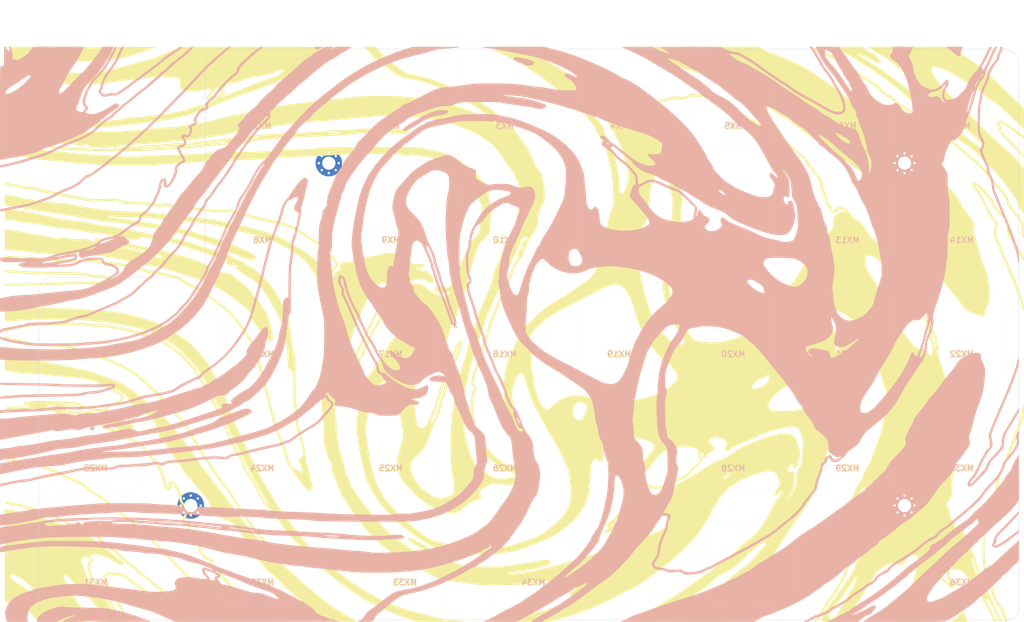
<source format=kicad_pcb>
(kicad_pcb (version 20171130) (host pcbnew "(5.1.4)-1")
  (layers (0 F.Cu signal) (31 B.Cu signal) (34 B.Paste user) (35 F.Paste user) (36 B.SilkS user) (37 F.SilkS user) (38 B.Mask user) (39 F.Mask user) (44 Edge.Cuts user))
  (net 0 "")
  (module Symbol:paint-swirl (layer B.Cu) (at 132.55625 87.3125)
    (fp_text reference G*** hide)
    (fp_text value LOGO hide)
  )
  (module Symbol:paint-swirl (layer F.Cu) (at 133.35 87.3125)
    (fp_text reference G*** hide)
    (fp_text value LOGO hide)
  )
  (module acheron_MX_PlateSlots:MX100 (layer F.Cu) (at 115.09375 125.4125)
    (fp_text reference MX33 (at 0 3.302) (layer F.SilkS))
    (fp_text value MX-NoLED)
    (fp_line (start 7 -6.5) (end 7 6.5) (layer Edge.Cuts) (width 0.010007))
    (fp_line (start -6.5 -7) (end 6.5 -7) (layer Edge.Cuts) (width 0.010007))
    (fp_arc (start -6.5 6.490924) (end -7 6.490924) (angle -90) (layer Edge.Cuts) (width 0.010007))
    (fp_line (start -6.5 6.990924) (end 6.5 7) (layer Edge.Cuts) (width 0.010007))
    (fp_arc (start -6.5 -6.5) (end -6.5 -7) (angle -90) (layer Edge.Cuts) (width 0.010007))
    (fp_arc (start 6.5 -6.5) (end 7 -6.5) (angle -90) (layer Edge.Cuts) (width 0.010007))
    (fp_line (start -7 -6.5) (end -7 6.490924) (layer Edge.Cuts) (width 0.010007))
    (fp_arc (start 6.5 6.5) (end 6.5 7) (angle -90) (layer Edge.Cuts) (width 0.010007))
    (fp_text user %R (at 0 3.302) (layer B.SilkS) (effects (justify mirror)))
  )
  (module acheron_MX_PlateSlots:MX100 (layer F.Cu) (at 91.28125 125.4125)
    (fp_text reference MX32 (at 0 3.302) (layer F.SilkS))
    (fp_text value MX-NoLED)
    (fp_line (start 7 -6.5) (end 7 6.5) (layer Edge.Cuts) (width 0.010007))
    (fp_line (start -6.5 -7) (end 6.5 -7) (layer Edge.Cuts) (width 0.010007))
    (fp_arc (start -6.5 6.490924) (end -7 6.490924) (angle -90) (layer Edge.Cuts) (width 0.010007))
    (fp_line (start -6.5 6.990924) (end 6.5 7) (layer Edge.Cuts) (width 0.010007))
    (fp_arc (start -6.5 -6.5) (end -6.5 -7) (angle -90) (layer Edge.Cuts) (width 0.010007))
    (fp_arc (start 6.5 -6.5) (end 7 -6.5) (angle -90) (layer Edge.Cuts) (width 0.010007))
    (fp_line (start -7 -6.5) (end -7 6.490924) (layer Edge.Cuts) (width 0.010007))
    (fp_arc (start 6.5 6.5) (end 6.5 7) (angle -90) (layer Edge.Cuts) (width 0.010007))
    (fp_text user %R (at 0 3.302) (layer B.SilkS) (effects (justify mirror)))
  )
  (module acheron_MX_PlateSlots:MX100 (layer F.Cu) (at 91.28125 49.2125)
    (fp_text reference MX1 (at 0 3.302) (layer F.SilkS))
    (fp_text value MX-NoLED)
    (fp_line (start 7 -6.5) (end 7 6.5) (layer Edge.Cuts) (width 0.010007))
    (fp_line (start -6.5 -7) (end 6.5 -7) (layer Edge.Cuts) (width 0.010007))
    (fp_arc (start -6.5 6.490924) (end -7 6.490924) (angle -90) (layer Edge.Cuts) (width 0.010007))
    (fp_line (start -6.5 6.990924) (end 6.5 7) (layer Edge.Cuts) (width 0.010007))
    (fp_arc (start -6.5 -6.5) (end -6.5 -7) (angle -90) (layer Edge.Cuts) (width 0.010007))
    (fp_arc (start 6.5 -6.5) (end 7 -6.5) (angle -90) (layer Edge.Cuts) (width 0.010007))
    (fp_line (start -7 -6.5) (end -7 6.490924) (layer Edge.Cuts) (width 0.010007))
    (fp_arc (start 6.5 6.5) (end 6.5 7) (angle -90) (layer Edge.Cuts) (width 0.010007))
    (fp_text user %R (at 0 3.302) (layer B.SilkS) (effects (justify mirror)))
  )
  (module acheron_MX_PlateSlots:MX100 (layer F.Cu) (at 91.28125 68.2625)
    (fp_text reference MX8 (at 0 3.302) (layer F.SilkS))
    (fp_text value MX-NoLED)
    (fp_line (start 7 -6.5) (end 7 6.5) (layer Edge.Cuts) (width 0.010007))
    (fp_line (start -6.5 -7) (end 6.5 -7) (layer Edge.Cuts) (width 0.010007))
    (fp_arc (start -6.5 6.490924) (end -7 6.490924) (angle -90) (layer Edge.Cuts) (width 0.010007))
    (fp_line (start -6.5 6.990924) (end 6.5 7) (layer Edge.Cuts) (width 0.010007))
    (fp_arc (start -6.5 -6.5) (end -6.5 -7) (angle -90) (layer Edge.Cuts) (width 0.010007))
    (fp_arc (start 6.5 -6.5) (end 7 -6.5) (angle -90) (layer Edge.Cuts) (width 0.010007))
    (fp_line (start -7 -6.5) (end -7 6.490924) (layer Edge.Cuts) (width 0.010007))
    (fp_arc (start 6.5 6.5) (end 6.5 7) (angle -90) (layer Edge.Cuts) (width 0.010007))
    (fp_text user %R (at 0 3.302) (layer B.SilkS) (effects (justify mirror)))
  )
  (module acheron_MX_PlateSlots:MX100 (layer F.Cu) (at 91.28125 87.3125)
    (fp_text reference MX16 (at 0 3.302) (layer F.SilkS))
    (fp_text value MX-NoLED)
    (fp_line (start 7 -6.5) (end 7 6.5) (layer Edge.Cuts) (width 0.010007))
    (fp_line (start -6.5 -7) (end 6.5 -7) (layer Edge.Cuts) (width 0.010007))
    (fp_arc (start -6.5 6.490924) (end -7 6.490924) (angle -90) (layer Edge.Cuts) (width 0.010007))
    (fp_line (start -6.5 6.990924) (end 6.5 7) (layer Edge.Cuts) (width 0.010007))
    (fp_arc (start -6.5 -6.5) (end -6.5 -7) (angle -90) (layer Edge.Cuts) (width 0.010007))
    (fp_arc (start 6.5 -6.5) (end 7 -6.5) (angle -90) (layer Edge.Cuts) (width 0.010007))
    (fp_line (start -7 -6.5) (end -7 6.490924) (layer Edge.Cuts) (width 0.010007))
    (fp_arc (start 6.5 6.5) (end 6.5 7) (angle -90) (layer Edge.Cuts) (width 0.010007))
    (fp_text user %R (at 0 3.302) (layer B.SilkS) (effects (justify mirror)))
  )
  (module acheron_MX_PlateSlots:MX100 (layer F.Cu) (at 91.28125 106.3625)
    (fp_text reference MX24 (at 0 3.302) (layer F.SilkS))
    (fp_text value MX-NoLED)
    (fp_line (start 7 -6.5) (end 7 6.5) (layer Edge.Cuts) (width 0.010007))
    (fp_line (start -6.5 -7) (end 6.5 -7) (layer Edge.Cuts) (width 0.010007))
    (fp_arc (start -6.5 6.490924) (end -7 6.490924) (angle -90) (layer Edge.Cuts) (width 0.010007))
    (fp_line (start -6.5 6.990924) (end 6.5 7) (layer Edge.Cuts) (width 0.010007))
    (fp_arc (start -6.5 -6.5) (end -6.5 -7) (angle -90) (layer Edge.Cuts) (width 0.010007))
    (fp_arc (start 6.5 -6.5) (end 7 -6.5) (angle -90) (layer Edge.Cuts) (width 0.010007))
    (fp_line (start -7 -6.5) (end -7 6.490924) (layer Edge.Cuts) (width 0.010007))
    (fp_arc (start 6.5 6.5) (end 6.5 7) (angle -90) (layer Edge.Cuts) (width 0.010007))
    (fp_text user %R (at 0 3.302) (layer B.SilkS) (effects (justify mirror)))
  )
  (module acheron_MX_PlateSlots:MX100 (layer F.Cu) (at 172.24375 125.4125)
    (fp_text reference MX35 (at 0 3.302) (layer F.SilkS))
    (fp_text value MX-NoLED)
    (fp_line (start 7 -6.5) (end 7 6.5) (layer Edge.Cuts) (width 0.010007))
    (fp_line (start -6.5 -7) (end 6.5 -7) (layer Edge.Cuts) (width 0.010007))
    (fp_arc (start -6.5 6.490924) (end -7 6.490924) (angle -90) (layer Edge.Cuts) (width 0.010007))
    (fp_line (start -6.5 6.990924) (end 6.5 7) (layer Edge.Cuts) (width 0.010007))
    (fp_arc (start -6.5 -6.5) (end -6.5 -7) (angle -90) (layer Edge.Cuts) (width 0.010007))
    (fp_arc (start 6.5 -6.5) (end 7 -6.5) (angle -90) (layer Edge.Cuts) (width 0.010007))
    (fp_line (start -7 -6.5) (end -7 6.490924) (layer Edge.Cuts) (width 0.010007))
    (fp_arc (start 6.5 6.5) (end 6.5 7) (angle -90) (layer Edge.Cuts) (width 0.010007))
    (fp_text user %R (at 0 3.302) (layer B.SilkS) (effects (justify mirror)))
  )
  (module acheron_MX_PlateSlots:MX100 (layer F.Cu) (at 63.5 87.3125)
    (fp_text reference MX15 (at 0 3.302) (layer F.SilkS))
    (fp_text value MX-NoLED)
    (fp_line (start 7 -6.5) (end 7 6.5) (layer Edge.Cuts) (width 0.010007))
    (fp_line (start -6.5 -7) (end 6.5 -7) (layer Edge.Cuts) (width 0.010007))
    (fp_arc (start -6.5 6.490924) (end -7 6.490924) (angle -90) (layer Edge.Cuts) (width 0.010007))
    (fp_line (start -6.5 6.990924) (end 6.5 7) (layer Edge.Cuts) (width 0.010007))
    (fp_arc (start -6.5 -6.5) (end -6.5 -7) (angle -90) (layer Edge.Cuts) (width 0.010007))
    (fp_arc (start 6.5 -6.5) (end 7 -6.5) (angle -90) (layer Edge.Cuts) (width 0.010007))
    (fp_line (start -7 -6.5) (end -7 6.490924) (layer Edge.Cuts) (width 0.010007))
    (fp_arc (start 6.5 6.5) (end 6.5 7) (angle -90) (layer Edge.Cuts) (width 0.010007))
    (fp_text user %R (at 0 3.302) (layer B.SilkS) (effects (justify mirror)))
  )
  (module acheron_MX_PlateSlots:MX100 (layer F.Cu) (at 63.5 106.3625)
    (fp_text reference MX23 (at 0 3.302) (layer F.SilkS))
    (fp_text value MX-NoLED)
    (fp_line (start 7 -6.5) (end 7 6.5) (layer Edge.Cuts) (width 0.010007))
    (fp_line (start -6.5 -7) (end 6.5 -7) (layer Edge.Cuts) (width 0.010007))
    (fp_arc (start -6.5 6.490924) (end -7 6.490924) (angle -90) (layer Edge.Cuts) (width 0.010007))
    (fp_line (start -6.5 6.990924) (end 6.5 7) (layer Edge.Cuts) (width 0.010007))
    (fp_arc (start -6.5 -6.5) (end -6.5 -7) (angle -90) (layer Edge.Cuts) (width 0.010007))
    (fp_arc (start 6.5 -6.5) (end 7 -6.5) (angle -90) (layer Edge.Cuts) (width 0.010007))
    (fp_line (start -7 -6.5) (end -7 6.490924) (layer Edge.Cuts) (width 0.010007))
    (fp_arc (start 6.5 6.5) (end 6.5 7) (angle -90) (layer Edge.Cuts) (width 0.010007))
    (fp_text user %R (at 0 3.302) (layer B.SilkS) (effects (justify mirror)))
  )
  (module acheron_MX_PlateSlots:MX100 (layer F.Cu) (at 63.5 125.4125)
    (fp_text reference MX31 (at 0 3.302) (layer F.SilkS))
    (fp_text value MX-NoLED)
    (fp_line (start 7 -6.5) (end 7 6.5) (layer Edge.Cuts) (width 0.010007))
    (fp_line (start -6.5 -7) (end 6.5 -7) (layer Edge.Cuts) (width 0.010007))
    (fp_arc (start -6.5 6.490924) (end -7 6.490924) (angle -90) (layer Edge.Cuts) (width 0.010007))
    (fp_line (start -6.5 6.990924) (end 6.5 7) (layer Edge.Cuts) (width 0.010007))
    (fp_arc (start -6.5 -6.5) (end -6.5 -7) (angle -90) (layer Edge.Cuts) (width 0.010007))
    (fp_arc (start 6.5 -6.5) (end 7 -6.5) (angle -90) (layer Edge.Cuts) (width 0.010007))
    (fp_line (start -7 -6.5) (end -7 6.490924) (layer Edge.Cuts) (width 0.010007))
    (fp_arc (start 6.5 6.5) (end 6.5 7) (angle -90) (layer Edge.Cuts) (width 0.010007))
    (fp_text user %R (at 0 3.302) (layer B.SilkS) (effects (justify mirror)))
  )
  (module acheron_MX_PlateSlots:MX100 (layer F.Cu) (at 136.525 125.4125)
    (fp_text reference MX34 (at 0 3.302) (layer F.SilkS))
    (fp_text value MX-NoLED)
    (fp_line (start 7 -6.5) (end 7 6.5) (layer Edge.Cuts) (width 0.010007))
    (fp_line (start -6.5 -7) (end 6.5 -7) (layer Edge.Cuts) (width 0.010007))
    (fp_arc (start -6.5 6.490924) (end -7 6.490924) (angle -90) (layer Edge.Cuts) (width 0.010007))
    (fp_line (start -6.5 6.990924) (end 6.5 7) (layer Edge.Cuts) (width 0.010007))
    (fp_arc (start -6.5 -6.5) (end -6.5 -7) (angle -90) (layer Edge.Cuts) (width 0.010007))
    (fp_arc (start 6.5 -6.5) (end 7 -6.5) (angle -90) (layer Edge.Cuts) (width 0.010007))
    (fp_line (start -7 -6.5) (end -7 6.490924) (layer Edge.Cuts) (width 0.010007))
    (fp_arc (start 6.5 6.5) (end 6.5 7) (angle -90) (layer Edge.Cuts) (width 0.010007))
    (fp_text user %R (at 0 3.302) (layer B.SilkS) (effects (justify mirror)))
  )
  (module acheron_MX_PlateSlots:MX100 (layer F.Cu) (at 169.8625 68.2625)
    (fp_text reference MX12 (at 0 3.302) (layer F.SilkS))
    (fp_text value MX-NoLED)
    (fp_line (start 7 -6.5) (end 7 6.5) (layer Edge.Cuts) (width 0.010007))
    (fp_line (start -6.5 -7) (end 6.5 -7) (layer Edge.Cuts) (width 0.010007))
    (fp_arc (start -6.5 6.490924) (end -7 6.490924) (angle -90) (layer Edge.Cuts) (width 0.010007))
    (fp_line (start -6.5 6.990924) (end 6.5 7) (layer Edge.Cuts) (width 0.010007))
    (fp_arc (start -6.5 -6.5) (end -6.5 -7) (angle -90) (layer Edge.Cuts) (width 0.010007))
    (fp_arc (start 6.5 -6.5) (end 7 -6.5) (angle -90) (layer Edge.Cuts) (width 0.010007))
    (fp_line (start -7 -6.5) (end -7 6.490924) (layer Edge.Cuts) (width 0.010007))
    (fp_arc (start 6.5 6.5) (end 6.5 7) (angle -90) (layer Edge.Cuts) (width 0.010007))
    (fp_text user %R (at 0 3.302) (layer B.SilkS) (effects (justify mirror)))
  )
  (module acheron_MX_PlateSlots:MX100 (layer F.Cu) (at 131.7625 49.2125)
    (fp_text reference MX3 (at 0 3.302) (layer F.SilkS))
    (fp_text value MX-NoLED)
    (fp_line (start 7 -6.5) (end 7 6.5) (layer Edge.Cuts) (width 0.010007))
    (fp_line (start -6.5 -7) (end 6.5 -7) (layer Edge.Cuts) (width 0.010007))
    (fp_arc (start -6.5 6.490924) (end -7 6.490924) (angle -90) (layer Edge.Cuts) (width 0.010007))
    (fp_line (start -6.5 6.990924) (end 6.5 7) (layer Edge.Cuts) (width 0.010007))
    (fp_arc (start -6.5 -6.5) (end -6.5 -7) (angle -90) (layer Edge.Cuts) (width 0.010007))
    (fp_arc (start 6.5 -6.5) (end 7 -6.5) (angle -90) (layer Edge.Cuts) (width 0.010007))
    (fp_line (start -7 -6.5) (end -7 6.490924) (layer Edge.Cuts) (width 0.010007))
    (fp_arc (start 6.5 6.5) (end 6.5 7) (angle -90) (layer Edge.Cuts) (width 0.010007))
    (fp_text user %R (at 0 3.302) (layer B.SilkS) (effects (justify mirror)))
  )
  (module acheron_MX_PlateSlots:MX100 (layer F.Cu) (at 150.8125 49.2125)
    (fp_text reference MX4 (at 0 3.302) (layer F.SilkS))
    (fp_text value MX-NoLED)
    (fp_line (start 7 -6.5) (end 7 6.5) (layer Edge.Cuts) (width 0.010007))
    (fp_line (start -6.5 -7) (end 6.5 -7) (layer Edge.Cuts) (width 0.010007))
    (fp_arc (start -6.5 6.490924) (end -7 6.490924) (angle -90) (layer Edge.Cuts) (width 0.010007))
    (fp_line (start -6.5 6.990924) (end 6.5 7) (layer Edge.Cuts) (width 0.010007))
    (fp_arc (start -6.5 -6.5) (end -6.5 -7) (angle -90) (layer Edge.Cuts) (width 0.010007))
    (fp_arc (start 6.5 -6.5) (end 7 -6.5) (angle -90) (layer Edge.Cuts) (width 0.010007))
    (fp_line (start -7 -6.5) (end -7 6.490924) (layer Edge.Cuts) (width 0.010007))
    (fp_arc (start 6.5 6.5) (end 6.5 7) (angle -90) (layer Edge.Cuts) (width 0.010007))
    (fp_text user %R (at 0 3.302) (layer B.SilkS) (effects (justify mirror)))
  )
  (module acheron_MX_PlateSlots:MX100 (layer F.Cu) (at 169.8625 49.2125)
    (fp_text reference MX5 (at 0 3.302) (layer F.SilkS))
    (fp_text value MX-NoLED)
    (fp_line (start 7 -6.5) (end 7 6.5) (layer Edge.Cuts) (width 0.010007))
    (fp_line (start -6.5 -7) (end 6.5 -7) (layer Edge.Cuts) (width 0.010007))
    (fp_arc (start -6.5 6.490924) (end -7 6.490924) (angle -90) (layer Edge.Cuts) (width 0.010007))
    (fp_line (start -6.5 6.990924) (end 6.5 7) (layer Edge.Cuts) (width 0.010007))
    (fp_arc (start -6.5 -6.5) (end -6.5 -7) (angle -90) (layer Edge.Cuts) (width 0.010007))
    (fp_arc (start 6.5 -6.5) (end 7 -6.5) (angle -90) (layer Edge.Cuts) (width 0.010007))
    (fp_line (start -7 -6.5) (end -7 6.490924) (layer Edge.Cuts) (width 0.010007))
    (fp_arc (start 6.5 6.5) (end 6.5 7) (angle -90) (layer Edge.Cuts) (width 0.010007))
    (fp_text user %R (at 0 3.302) (layer B.SilkS) (effects (justify mirror)))
  )
  (module acheron_MX_PlateSlots:MX100 (layer F.Cu) (at 188.9125 49.2125)
    (fp_text reference MX6 (at 0 3.302) (layer F.SilkS))
    (fp_text value MX-NoLED)
    (fp_line (start 7 -6.5) (end 7 6.5) (layer Edge.Cuts) (width 0.010007))
    (fp_line (start -6.5 -7) (end 6.5 -7) (layer Edge.Cuts) (width 0.010007))
    (fp_arc (start -6.5 6.490924) (end -7 6.490924) (angle -90) (layer Edge.Cuts) (width 0.010007))
    (fp_line (start -6.5 6.990924) (end 6.5 7) (layer Edge.Cuts) (width 0.010007))
    (fp_arc (start -6.5 -6.5) (end -6.5 -7) (angle -90) (layer Edge.Cuts) (width 0.010007))
    (fp_arc (start 6.5 -6.5) (end 7 -6.5) (angle -90) (layer Edge.Cuts) (width 0.010007))
    (fp_line (start -7 -6.5) (end -7 6.490924) (layer Edge.Cuts) (width 0.010007))
    (fp_arc (start 6.5 6.5) (end 6.5 7) (angle -90) (layer Edge.Cuts) (width 0.010007))
    (fp_text user %R (at 0 3.302) (layer B.SilkS) (effects (justify mirror)))
  )
  (module acheron_MX_PlateSlots:MX100 (layer F.Cu) (at 207.9625 49.2125)
    (fp_text reference MX7 (at 0 3.302) (layer F.SilkS))
    (fp_text value MX-NoLED)
    (fp_line (start 7 -6.5) (end 7 6.5) (layer Edge.Cuts) (width 0.010007))
    (fp_line (start -6.5 -7) (end 6.5 -7) (layer Edge.Cuts) (width 0.010007))
    (fp_arc (start -6.5 6.490924) (end -7 6.490924) (angle -90) (layer Edge.Cuts) (width 0.010007))
    (fp_line (start -6.5 6.990924) (end 6.5 7) (layer Edge.Cuts) (width 0.010007))
    (fp_arc (start -6.5 -6.5) (end -6.5 -7) (angle -90) (layer Edge.Cuts) (width 0.010007))
    (fp_arc (start 6.5 -6.5) (end 7 -6.5) (angle -90) (layer Edge.Cuts) (width 0.010007))
    (fp_line (start -7 -6.5) (end -7 6.490924) (layer Edge.Cuts) (width 0.010007))
    (fp_arc (start 6.5 6.5) (end 6.5 7) (angle -90) (layer Edge.Cuts) (width 0.010007))
    (fp_text user %R (at 0 3.302) (layer B.SilkS) (effects (justify mirror)))
  )
  (module acheron_MX_PlateSlots:MX100 (layer F.Cu) (at 112.7125 68.2625)
    (fp_text reference MX9 (at 0 3.302) (layer F.SilkS))
    (fp_text value MX-NoLED)
    (fp_line (start 7 -6.5) (end 7 6.5) (layer Edge.Cuts) (width 0.010007))
    (fp_line (start -6.5 -7) (end 6.5 -7) (layer Edge.Cuts) (width 0.010007))
    (fp_arc (start -6.5 6.490924) (end -7 6.490924) (angle -90) (layer Edge.Cuts) (width 0.010007))
    (fp_line (start -6.5 6.990924) (end 6.5 7) (layer Edge.Cuts) (width 0.010007))
    (fp_arc (start -6.5 -6.5) (end -6.5 -7) (angle -90) (layer Edge.Cuts) (width 0.010007))
    (fp_arc (start 6.5 -6.5) (end 7 -6.5) (angle -90) (layer Edge.Cuts) (width 0.010007))
    (fp_line (start -7 -6.5) (end -7 6.490924) (layer Edge.Cuts) (width 0.010007))
    (fp_arc (start 6.5 6.5) (end 6.5 7) (angle -90) (layer Edge.Cuts) (width 0.010007))
    (fp_text user %R (at 0 3.302) (layer B.SilkS) (effects (justify mirror)))
  )
  (module acheron_MX_PlateSlots:MX100 (layer F.Cu) (at 131.7625 68.2625)
    (fp_text reference MX10 (at 0 3.302) (layer F.SilkS))
    (fp_text value MX-NoLED)
    (fp_line (start 7 -6.5) (end 7 6.5) (layer Edge.Cuts) (width 0.010007))
    (fp_line (start -6.5 -7) (end 6.5 -7) (layer Edge.Cuts) (width 0.010007))
    (fp_arc (start -6.5 6.490924) (end -7 6.490924) (angle -90) (layer Edge.Cuts) (width 0.010007))
    (fp_line (start -6.5 6.990924) (end 6.5 7) (layer Edge.Cuts) (width 0.010007))
    (fp_arc (start -6.5 -6.5) (end -6.5 -7) (angle -90) (layer Edge.Cuts) (width 0.010007))
    (fp_arc (start 6.5 -6.5) (end 7 -6.5) (angle -90) (layer Edge.Cuts) (width 0.010007))
    (fp_line (start -7 -6.5) (end -7 6.490924) (layer Edge.Cuts) (width 0.010007))
    (fp_arc (start 6.5 6.5) (end 6.5 7) (angle -90) (layer Edge.Cuts) (width 0.010007))
    (fp_text user %R (at 0 3.302) (layer B.SilkS) (effects (justify mirror)))
  )
  (module acheron_MX_PlateSlots:MX100 (layer F.Cu) (at 150.8125 68.2625)
    (fp_text reference MX11 (at 0 3.302) (layer F.SilkS))
    (fp_text value MX-NoLED)
    (fp_line (start 7 -6.5) (end 7 6.5) (layer Edge.Cuts) (width 0.010007))
    (fp_line (start -6.5 -7) (end 6.5 -7) (layer Edge.Cuts) (width 0.010007))
    (fp_arc (start -6.5 6.490924) (end -7 6.490924) (angle -90) (layer Edge.Cuts) (width 0.010007))
    (fp_line (start -6.5 6.990924) (end 6.5 7) (layer Edge.Cuts) (width 0.010007))
    (fp_arc (start -6.5 -6.5) (end -6.5 -7) (angle -90) (layer Edge.Cuts) (width 0.010007))
    (fp_arc (start 6.5 -6.5) (end 7 -6.5) (angle -90) (layer Edge.Cuts) (width 0.010007))
    (fp_line (start -7 -6.5) (end -7 6.490924) (layer Edge.Cuts) (width 0.010007))
    (fp_arc (start 6.5 6.5) (end 6.5 7) (angle -90) (layer Edge.Cuts) (width 0.010007))
    (fp_text user %R (at 0 3.302) (layer B.SilkS) (effects (justify mirror)))
  )
  (module acheron_MX_PlateSlots:MX100 (layer F.Cu) (at 188.9125 68.2625)
    (fp_text reference MX13 (at 0 3.302) (layer F.SilkS))
    (fp_text value MX-NoLED)
    (fp_line (start 7 -6.5) (end 7 6.5) (layer Edge.Cuts) (width 0.010007))
    (fp_line (start -6.5 -7) (end 6.5 -7) (layer Edge.Cuts) (width 0.010007))
    (fp_arc (start -6.5 6.490924) (end -7 6.490924) (angle -90) (layer Edge.Cuts) (width 0.010007))
    (fp_line (start -6.5 6.990924) (end 6.5 7) (layer Edge.Cuts) (width 0.010007))
    (fp_arc (start -6.5 -6.5) (end -6.5 -7) (angle -90) (layer Edge.Cuts) (width 0.010007))
    (fp_arc (start 6.5 -6.5) (end 7 -6.5) (angle -90) (layer Edge.Cuts) (width 0.010007))
    (fp_line (start -7 -6.5) (end -7 6.490924) (layer Edge.Cuts) (width 0.010007))
    (fp_arc (start 6.5 6.5) (end 6.5 7) (angle -90) (layer Edge.Cuts) (width 0.010007))
    (fp_text user %R (at 0 3.302) (layer B.SilkS) (effects (justify mirror)))
  )
  (module acheron_MX_PlateSlots:MX100 (layer F.Cu) (at 207.9625 68.2625)
    (fp_text reference MX14 (at 0 3.302) (layer F.SilkS))
    (fp_text value MX-NoLED)
    (fp_line (start 7 -6.5) (end 7 6.5) (layer Edge.Cuts) (width 0.010007))
    (fp_line (start -6.5 -7) (end 6.5 -7) (layer Edge.Cuts) (width 0.010007))
    (fp_arc (start -6.5 6.490924) (end -7 6.490924) (angle -90) (layer Edge.Cuts) (width 0.010007))
    (fp_line (start -6.5 6.990924) (end 6.5 7) (layer Edge.Cuts) (width 0.010007))
    (fp_arc (start -6.5 -6.5) (end -6.5 -7) (angle -90) (layer Edge.Cuts) (width 0.010007))
    (fp_arc (start 6.5 -6.5) (end 7 -6.5) (angle -90) (layer Edge.Cuts) (width 0.010007))
    (fp_line (start -7 -6.5) (end -7 6.490924) (layer Edge.Cuts) (width 0.010007))
    (fp_arc (start 6.5 6.5) (end 6.5 7) (angle -90) (layer Edge.Cuts) (width 0.010007))
    (fp_text user %R (at 0 3.302) (layer B.SilkS) (effects (justify mirror)))
  )
  (module acheron_MX_PlateSlots:MX100 (layer F.Cu) (at 112.7125 87.3125)
    (fp_text reference MX17 (at 0 3.302) (layer F.SilkS))
    (fp_text value MX-NoLED)
    (fp_line (start 7 -6.5) (end 7 6.5) (layer Edge.Cuts) (width 0.010007))
    (fp_line (start -6.5 -7) (end 6.5 -7) (layer Edge.Cuts) (width 0.010007))
    (fp_arc (start -6.5 6.490924) (end -7 6.490924) (angle -90) (layer Edge.Cuts) (width 0.010007))
    (fp_line (start -6.5 6.990924) (end 6.5 7) (layer Edge.Cuts) (width 0.010007))
    (fp_arc (start -6.5 -6.5) (end -6.5 -7) (angle -90) (layer Edge.Cuts) (width 0.010007))
    (fp_arc (start 6.5 -6.5) (end 7 -6.5) (angle -90) (layer Edge.Cuts) (width 0.010007))
    (fp_line (start -7 -6.5) (end -7 6.490924) (layer Edge.Cuts) (width 0.010007))
    (fp_arc (start 6.5 6.5) (end 6.5 7) (angle -90) (layer Edge.Cuts) (width 0.010007))
    (fp_text user %R (at 0 3.302) (layer B.SilkS) (effects (justify mirror)))
  )
  (module acheron_MX_PlateSlots:MX100 (layer F.Cu) (at 131.7625 87.3125)
    (fp_text reference MX18 (at 0 3.302) (layer F.SilkS))
    (fp_text value MX-NoLED)
    (fp_line (start 7 -6.5) (end 7 6.5) (layer Edge.Cuts) (width 0.010007))
    (fp_line (start -6.5 -7) (end 6.5 -7) (layer Edge.Cuts) (width 0.010007))
    (fp_arc (start -6.5 6.490924) (end -7 6.490924) (angle -90) (layer Edge.Cuts) (width 0.010007))
    (fp_line (start -6.5 6.990924) (end 6.5 7) (layer Edge.Cuts) (width 0.010007))
    (fp_arc (start -6.5 -6.5) (end -6.5 -7) (angle -90) (layer Edge.Cuts) (width 0.010007))
    (fp_arc (start 6.5 -6.5) (end 7 -6.5) (angle -90) (layer Edge.Cuts) (width 0.010007))
    (fp_line (start -7 -6.5) (end -7 6.490924) (layer Edge.Cuts) (width 0.010007))
    (fp_arc (start 6.5 6.5) (end 6.5 7) (angle -90) (layer Edge.Cuts) (width 0.010007))
    (fp_text user %R (at 0 3.302) (layer B.SilkS) (effects (justify mirror)))
  )
  (module acheron_MX_PlateSlots:MX100 (layer F.Cu) (at 150.8125 87.3125)
    (fp_text reference MX19 (at 0 3.302) (layer F.SilkS))
    (fp_text value MX-NoLED)
    (fp_line (start 7 -6.5) (end 7 6.5) (layer Edge.Cuts) (width 0.010007))
    (fp_line (start -6.5 -7) (end 6.5 -7) (layer Edge.Cuts) (width 0.010007))
    (fp_arc (start -6.5 6.490924) (end -7 6.490924) (angle -90) (layer Edge.Cuts) (width 0.010007))
    (fp_line (start -6.5 6.990924) (end 6.5 7) (layer Edge.Cuts) (width 0.010007))
    (fp_arc (start -6.5 -6.5) (end -6.5 -7) (angle -90) (layer Edge.Cuts) (width 0.010007))
    (fp_arc (start 6.5 -6.5) (end 7 -6.5) (angle -90) (layer Edge.Cuts) (width 0.010007))
    (fp_line (start -7 -6.5) (end -7 6.490924) (layer Edge.Cuts) (width 0.010007))
    (fp_arc (start 6.5 6.5) (end 6.5 7) (angle -90) (layer Edge.Cuts) (width 0.010007))
    (fp_text user %R (at 0 3.302) (layer B.SilkS) (effects (justify mirror)))
  )
  (module acheron_MX_PlateSlots:MX100 (layer F.Cu) (at 169.8625 87.3125)
    (fp_text reference MX20 (at 0 3.302) (layer F.SilkS))
    (fp_text value MX-NoLED)
    (fp_line (start 7 -6.5) (end 7 6.5) (layer Edge.Cuts) (width 0.010007))
    (fp_line (start -6.5 -7) (end 6.5 -7) (layer Edge.Cuts) (width 0.010007))
    (fp_arc (start -6.5 6.490924) (end -7 6.490924) (angle -90) (layer Edge.Cuts) (width 0.010007))
    (fp_line (start -6.5 6.990924) (end 6.5 7) (layer Edge.Cuts) (width 0.010007))
    (fp_arc (start -6.5 -6.5) (end -6.5 -7) (angle -90) (layer Edge.Cuts) (width 0.010007))
    (fp_arc (start 6.5 -6.5) (end 7 -6.5) (angle -90) (layer Edge.Cuts) (width 0.010007))
    (fp_line (start -7 -6.5) (end -7 6.490924) (layer Edge.Cuts) (width 0.010007))
    (fp_arc (start 6.5 6.5) (end 6.5 7) (angle -90) (layer Edge.Cuts) (width 0.010007))
    (fp_text user %R (at 0 3.302) (layer B.SilkS) (effects (justify mirror)))
  )
  (module acheron_MX_PlateSlots:MX100 (layer F.Cu) (at 188.9125 87.3125)
    (fp_text reference MX21 (at 0 3.302) (layer F.SilkS))
    (fp_text value MX-NoLED)
    (fp_line (start 7 -6.5) (end 7 6.5) (layer Edge.Cuts) (width 0.010007))
    (fp_line (start -6.5 -7) (end 6.5 -7) (layer Edge.Cuts) (width 0.010007))
    (fp_arc (start -6.5 6.490924) (end -7 6.490924) (angle -90) (layer Edge.Cuts) (width 0.010007))
    (fp_line (start -6.5 6.990924) (end 6.5 7) (layer Edge.Cuts) (width 0.010007))
    (fp_arc (start -6.5 -6.5) (end -6.5 -7) (angle -90) (layer Edge.Cuts) (width 0.010007))
    (fp_arc (start 6.5 -6.5) (end 7 -6.5) (angle -90) (layer Edge.Cuts) (width 0.010007))
    (fp_line (start -7 -6.5) (end -7 6.490924) (layer Edge.Cuts) (width 0.010007))
    (fp_arc (start 6.5 6.5) (end 6.5 7) (angle -90) (layer Edge.Cuts) (width 0.010007))
    (fp_text user %R (at 0 3.302) (layer B.SilkS) (effects (justify mirror)))
  )
  (module acheron_MX_PlateSlots:MX100 (layer F.Cu) (at 207.9625 87.3125)
    (fp_text reference MX22 (at 0 3.302) (layer F.SilkS))
    (fp_text value MX-NoLED)
    (fp_line (start 7 -6.5) (end 7 6.5) (layer Edge.Cuts) (width 0.010007))
    (fp_line (start -6.5 -7) (end 6.5 -7) (layer Edge.Cuts) (width 0.010007))
    (fp_arc (start -6.5 6.490924) (end -7 6.490924) (angle -90) (layer Edge.Cuts) (width 0.010007))
    (fp_line (start -6.5 6.990924) (end 6.5 7) (layer Edge.Cuts) (width 0.010007))
    (fp_arc (start -6.5 -6.5) (end -6.5 -7) (angle -90) (layer Edge.Cuts) (width 0.010007))
    (fp_arc (start 6.5 -6.5) (end 7 -6.5) (angle -90) (layer Edge.Cuts) (width 0.010007))
    (fp_line (start -7 -6.5) (end -7 6.490924) (layer Edge.Cuts) (width 0.010007))
    (fp_arc (start 6.5 6.5) (end 6.5 7) (angle -90) (layer Edge.Cuts) (width 0.010007))
    (fp_text user %R (at 0 3.302) (layer B.SilkS) (effects (justify mirror)))
  )
  (module acheron_MX_PlateSlots:MX100 (layer F.Cu) (at 112.7125 106.3625)
    (fp_text reference MX25 (at 0 3.302) (layer F.SilkS))
    (fp_text value MX-NoLED)
    (fp_line (start 7 -6.5) (end 7 6.5) (layer Edge.Cuts) (width 0.010007))
    (fp_line (start -6.5 -7) (end 6.5 -7) (layer Edge.Cuts) (width 0.010007))
    (fp_arc (start -6.5 6.490924) (end -7 6.490924) (angle -90) (layer Edge.Cuts) (width 0.010007))
    (fp_line (start -6.5 6.990924) (end 6.5 7) (layer Edge.Cuts) (width 0.010007))
    (fp_arc (start -6.5 -6.5) (end -6.5 -7) (angle -90) (layer Edge.Cuts) (width 0.010007))
    (fp_arc (start 6.5 -6.5) (end 7 -6.5) (angle -90) (layer Edge.Cuts) (width 0.010007))
    (fp_line (start -7 -6.5) (end -7 6.490924) (layer Edge.Cuts) (width 0.010007))
    (fp_arc (start 6.5 6.5) (end 6.5 7) (angle -90) (layer Edge.Cuts) (width 0.010007))
    (fp_text user %R (at 0 3.302) (layer B.SilkS) (effects (justify mirror)))
  )
  (module acheron_MX_PlateSlots:MX100 (layer F.Cu) (at 131.7625 106.3625)
    (fp_text reference MX26 (at 0 3.302) (layer F.SilkS))
    (fp_text value MX-NoLED)
    (fp_line (start 7 -6.5) (end 7 6.5) (layer Edge.Cuts) (width 0.010007))
    (fp_line (start -6.5 -7) (end 6.5 -7) (layer Edge.Cuts) (width 0.010007))
    (fp_arc (start -6.5 6.490924) (end -7 6.490924) (angle -90) (layer Edge.Cuts) (width 0.010007))
    (fp_line (start -6.5 6.990924) (end 6.5 7) (layer Edge.Cuts) (width 0.010007))
    (fp_arc (start -6.5 -6.5) (end -6.5 -7) (angle -90) (layer Edge.Cuts) (width 0.010007))
    (fp_arc (start 6.5 -6.5) (end 7 -6.5) (angle -90) (layer Edge.Cuts) (width 0.010007))
    (fp_line (start -7 -6.5) (end -7 6.490924) (layer Edge.Cuts) (width 0.010007))
    (fp_arc (start 6.5 6.5) (end 6.5 7) (angle -90) (layer Edge.Cuts) (width 0.010007))
    (fp_text user %R (at 0 3.302) (layer B.SilkS) (effects (justify mirror)))
  )
  (module acheron_MX_PlateSlots:MX100 (layer F.Cu) (at 150.8125 106.3625)
    (fp_text reference MX27 (at 0 3.302) (layer F.SilkS))
    (fp_text value MX-NoLED)
    (fp_line (start 7 -6.5) (end 7 6.5) (layer Edge.Cuts) (width 0.010007))
    (fp_line (start -6.5 -7) (end 6.5 -7) (layer Edge.Cuts) (width 0.010007))
    (fp_arc (start -6.5 6.490924) (end -7 6.490924) (angle -90) (layer Edge.Cuts) (width 0.010007))
    (fp_line (start -6.5 6.990924) (end 6.5 7) (layer Edge.Cuts) (width 0.010007))
    (fp_arc (start -6.5 -6.5) (end -6.5 -7) (angle -90) (layer Edge.Cuts) (width 0.010007))
    (fp_arc (start 6.5 -6.5) (end 7 -6.5) (angle -90) (layer Edge.Cuts) (width 0.010007))
    (fp_line (start -7 -6.5) (end -7 6.490924) (layer Edge.Cuts) (width 0.010007))
    (fp_arc (start 6.5 6.5) (end 6.5 7) (angle -90) (layer Edge.Cuts) (width 0.010007))
    (fp_text user %R (at 0 3.302) (layer B.SilkS) (effects (justify mirror)))
  )
  (module acheron_MX_PlateSlots:MX100 (layer F.Cu) (at 169.8625 106.3625)
    (fp_text reference MX28 (at 0 3.302) (layer F.SilkS))
    (fp_text value MX-NoLED)
    (fp_line (start 7 -6.5) (end 7 6.5) (layer Edge.Cuts) (width 0.010007))
    (fp_line (start -6.5 -7) (end 6.5 -7) (layer Edge.Cuts) (width 0.010007))
    (fp_arc (start -6.5 6.490924) (end -7 6.490924) (angle -90) (layer Edge.Cuts) (width 0.010007))
    (fp_line (start -6.5 6.990924) (end 6.5 7) (layer Edge.Cuts) (width 0.010007))
    (fp_arc (start -6.5 -6.5) (end -6.5 -7) (angle -90) (layer Edge.Cuts) (width 0.010007))
    (fp_arc (start 6.5 -6.5) (end 7 -6.5) (angle -90) (layer Edge.Cuts) (width 0.010007))
    (fp_line (start -7 -6.5) (end -7 6.490924) (layer Edge.Cuts) (width 0.010007))
    (fp_arc (start 6.5 6.5) (end 6.5 7) (angle -90) (layer Edge.Cuts) (width 0.010007))
    (fp_text user %R (at 0 3.302) (layer B.SilkS) (effects (justify mirror)))
  )
  (module acheron_MX_PlateSlots:MX100 (layer F.Cu) (at 188.9125 106.3625)
    (fp_text reference MX29 (at 0 3.302) (layer F.SilkS))
    (fp_text value MX-NoLED)
    (fp_line (start 7 -6.5) (end 7 6.5) (layer Edge.Cuts) (width 0.010007))
    (fp_line (start -6.5 -7) (end 6.5 -7) (layer Edge.Cuts) (width 0.010007))
    (fp_arc (start -6.5 6.490924) (end -7 6.490924) (angle -90) (layer Edge.Cuts) (width 0.010007))
    (fp_line (start -6.5 6.990924) (end 6.5 7) (layer Edge.Cuts) (width 0.010007))
    (fp_arc (start -6.5 -6.5) (end -6.5 -7) (angle -90) (layer Edge.Cuts) (width 0.010007))
    (fp_arc (start 6.5 -6.5) (end 7 -6.5) (angle -90) (layer Edge.Cuts) (width 0.010007))
    (fp_line (start -7 -6.5) (end -7 6.490924) (layer Edge.Cuts) (width 0.010007))
    (fp_arc (start 6.5 6.5) (end 6.5 7) (angle -90) (layer Edge.Cuts) (width 0.010007))
    (fp_text user %R (at 0 3.302) (layer B.SilkS) (effects (justify mirror)))
  )
  (module acheron_MX_PlateSlots:MX100 (layer F.Cu) (at 207.9625 106.3625)
    (fp_text reference MX30 (at 0 3.302) (layer F.SilkS))
    (fp_text value MX-NoLED)
    (fp_line (start 7 -6.5) (end 7 6.5) (layer Edge.Cuts) (width 0.010007))
    (fp_line (start -6.5 -7) (end 6.5 -7) (layer Edge.Cuts) (width 0.010007))
    (fp_arc (start -6.5 6.490924) (end -7 6.490924) (angle -90) (layer Edge.Cuts) (width 0.010007))
    (fp_line (start -6.5 6.990924) (end 6.5 7) (layer Edge.Cuts) (width 0.010007))
    (fp_arc (start -6.5 -6.5) (end -6.5 -7) (angle -90) (layer Edge.Cuts) (width 0.010007))
    (fp_arc (start 6.5 -6.5) (end 7 -6.5) (angle -90) (layer Edge.Cuts) (width 0.010007))
    (fp_line (start -7 -6.5) (end -7 6.490924) (layer Edge.Cuts) (width 0.010007))
    (fp_arc (start 6.5 6.5) (end 6.5 7) (angle -90) (layer Edge.Cuts) (width 0.010007))
    (fp_text user %R (at 0 3.302) (layer B.SilkS) (effects (justify mirror)))
  )
  (module acheron_MX_PlateSlots:MX100 (layer F.Cu) (at 207.9625 125.4125)
    (fp_text reference MX36 (at 0 3.302) (layer F.SilkS))
    (fp_text value MX-NoLED)
    (fp_line (start 7 -6.5) (end 7 6.5) (layer Edge.Cuts) (width 0.010007))
    (fp_line (start -6.5 -7) (end 6.5 -7) (layer Edge.Cuts) (width 0.010007))
    (fp_arc (start -6.5 6.490924) (end -7 6.490924) (angle -90) (layer Edge.Cuts) (width 0.010007))
    (fp_line (start -6.5 6.990924) (end 6.5 7) (layer Edge.Cuts) (width 0.010007))
    (fp_arc (start -6.5 -6.5) (end -6.5 -7) (angle -90) (layer Edge.Cuts) (width 0.010007))
    (fp_arc (start 6.5 -6.5) (end 7 -6.5) (angle -90) (layer Edge.Cuts) (width 0.010007))
    (fp_line (start -7 -6.5) (end -7 6.490924) (layer Edge.Cuts) (width 0.010007))
    (fp_arc (start 6.5 6.5) (end 6.5 7) (angle -90) (layer Edge.Cuts) (width 0.010007))
    (fp_text user %R (at 0 3.302) (layer B.SilkS) (effects (justify mirror)))
  )
  (module acheron_MX_PlateSlots:MX100 (layer F.Cu) (at 112.7125 49.2125)
    (fp_text reference MX2 (at 0 3.302) (layer F.SilkS))
    (fp_text value MX-NoLED)
    (fp_line (start 7 -6.5) (end 7 6.5) (layer Edge.Cuts) (width 0.010007))
    (fp_line (start -6.5 -7) (end 6.5 -7) (layer Edge.Cuts) (width 0.010007))
    (fp_arc (start -6.5 6.490924) (end -7 6.490924) (angle -90) (layer Edge.Cuts) (width 0.010007))
    (fp_line (start -6.5 6.990924) (end 6.5 7) (layer Edge.Cuts) (width 0.010007))
    (fp_arc (start -6.5 -6.5) (end -6.5 -7) (angle -90) (layer Edge.Cuts) (width 0.010007))
    (fp_arc (start 6.5 -6.5) (end 7 -6.5) (angle -90) (layer Edge.Cuts) (width 0.010007))
    (fp_line (start -7 -6.5) (end -7 6.490924) (layer Edge.Cuts) (width 0.010007))
    (fp_arc (start 6.5 6.5) (end 6.5 7) (angle -90) (layer Edge.Cuts) (width 0.010007))
    (fp_text user %R (at 0 3.302) (layer B.SilkS) (effects (justify mirror)))
  )
  (module acheron_MX_PlateSlots:MX275 (layer F.Cu) (at 172.24375 125.4125 180)
    (fp_text reference REF** hide)
    (fp_text value MX275 hide)
    (fp_arc (start -8.90625 7.500008) (end -8.90625 8.000008) (angle -90) (layer Edge.Cuts) (width 0.010007))
    (fp_arc (start -14.90625 7.500008) (end -15.40625 7.500008) (angle -90) (layer Edge.Cuts) (width 0.010007))
    (fp_arc (start -8.90625 -5.5) (end -8.40625 -5.5) (angle -90) (layer Edge.Cuts) (width 0.010007))
    (fp_arc (start -14.90625 -5.5) (end -14.90625 -6) (angle -90) (layer Edge.Cuts) (width 0.010007))
    (fp_arc (start 8.90625 7.500008) (end 8.40625 7.500008) (angle -90) (layer Edge.Cuts) (width 0.010007))
    (fp_arc (start 14.90625 -5.5) (end 15.40625 -5.5) (angle -90) (layer Edge.Cuts) (width 0.010007))
    (fp_arc (start 8.90625 -5.5) (end 8.90625 -6) (angle -90) (layer Edge.Cuts) (width 0.010007))
    (fp_line (start 15.40625 -5.499992) (end 15.40625 7.500008) (layer Edge.Cuts) (width 0.010007))
    (fp_line (start 8.40625 -5.499992) (end 8.40625 7.5) (layer Edge.Cuts) (width 0.010007))
    (fp_line (start -8.40625 -5.499992) (end -8.40625 7.5) (layer Edge.Cuts) (width 0.010007))
    (fp_line (start -15.40625 -5.499992) (end -15.40625 7.500008) (layer Edge.Cuts) (width 0.010007))
    (fp_line (start -14.90625 8.000008) (end -8.90625 8.000008) (layer Edge.Cuts) (width 0.010007))
    (fp_line (start -14.90625 -6) (end -8.90625 -5.999992) (layer Edge.Cuts) (width 0.010007))
    (fp_arc (start 14.90625 7.500008) (end 14.90625 8.000008) (angle -90) (layer Edge.Cuts) (width 0.010007))
    (fp_line (start 8.90625 8.000008) (end 14.90625 8.000008) (layer Edge.Cuts) (width 0.010007))
    (fp_line (start 8.90625 -5.999992) (end 14.90625 -5.999992) (layer Edge.Cuts) (width 0.010007))
  )
  (module MountingHole:MountingHole_2.2mm_M2_Pad_Via (layer F.Cu) (at 79.375 115.8875)
    (fp_text reference REF** hide)
    (fp_text value MountingHole_4.6mm_Pad_Via)
    (pad 1 thru_hole circle (at 1.166726 -1.166726) (size 0.7 0.7) (drill 0.4) (layers *.Cu *.Mask))
    (pad 1 thru_hole circle (at 0 -1.65) (size 0.7 0.7) (drill 0.4) (layers *.Cu *.Mask))
    (pad 1 thru_hole circle (at -1.166726 -1.166726) (size 0.7 0.7) (drill 0.4) (layers *.Cu *.Mask))
    (pad 1 thru_hole circle (at -1.65 0) (size 0.7 0.7) (drill 0.4) (layers *.Cu *.Mask))
    (pad 1 thru_hole circle (at -1.166726 1.166726) (size 0.7 0.7) (drill 0.4) (layers *.Cu *.Mask))
    (pad 1 thru_hole circle (at 0 1.65) (size 0.7 0.7) (drill 0.4) (layers *.Cu *.Mask))
    (pad 1 thru_hole circle (at 1.166726 1.166726) (size 0.7 0.7) (drill 0.4) (layers *.Cu *.Mask))
    (pad 1 thru_hole circle (at 1.65 0) (size 0.7 0.7) (drill 0.4) (layers *.Cu *.Mask))
    (pad 1 thru_hole circle (at 0 0) (size 4.4 4.4) (drill 2.2) (layers *.Cu *.Mask))
  )
  (module MountingHole:MountingHole_2.2mm_M2_Pad_Via (layer F.Cu) (at 102.39375 58.7375)
    (fp_text reference REF** hide)
    (fp_text value MountingHole_4.6mm_Pad_Via)
    (pad 1 thru_hole circle (at 1.166726 -1.166726) (size 0.7 0.7) (drill 0.4) (layers *.Cu *.Mask))
    (pad 1 thru_hole circle (at 0 -1.65) (size 0.7 0.7) (drill 0.4) (layers *.Cu *.Mask))
    (pad 1 thru_hole circle (at -1.166726 -1.166726) (size 0.7 0.7) (drill 0.4) (layers *.Cu *.Mask))
    (pad 1 thru_hole circle (at -1.65 0) (size 0.7 0.7) (drill 0.4) (layers *.Cu *.Mask))
    (pad 1 thru_hole circle (at -1.166726 1.166726) (size 0.7 0.7) (drill 0.4) (layers *.Cu *.Mask))
    (pad 1 thru_hole circle (at 0 1.65) (size 0.7 0.7) (drill 0.4) (layers *.Cu *.Mask))
    (pad 1 thru_hole circle (at 1.166726 1.166726) (size 0.7 0.7) (drill 0.4) (layers *.Cu *.Mask))
    (pad 1 thru_hole circle (at 1.65 0) (size 0.7 0.7) (drill 0.4) (layers *.Cu *.Mask))
    (pad 1 thru_hole circle (at 0 0) (size 4.4 4.4) (drill 2.2) (layers *.Cu *.Mask))
  )
  (module MountingHole:MountingHole_2.2mm_M2_Pad_Via (layer F.Cu) (at 198.4375 115.8875)
    (fp_text reference REF** hide)
    (fp_text value MountingHole_4.6mm_Pad_Via)
    (pad 1 thru_hole circle (at 1.166726 -1.166726) (size 0.7 0.7) (drill 0.4) (layers *.Cu *.Mask))
    (pad 1 thru_hole circle (at 0 -1.65) (size 0.7 0.7) (drill 0.4) (layers *.Cu *.Mask))
    (pad 1 thru_hole circle (at -1.166726 -1.166726) (size 0.7 0.7) (drill 0.4) (layers *.Cu *.Mask))
    (pad 1 thru_hole circle (at -1.65 0) (size 0.7 0.7) (drill 0.4) (layers *.Cu *.Mask))
    (pad 1 thru_hole circle (at -1.166726 1.166726) (size 0.7 0.7) (drill 0.4) (layers *.Cu *.Mask))
    (pad 1 thru_hole circle (at 0 1.65) (size 0.7 0.7) (drill 0.4) (layers *.Cu *.Mask))
    (pad 1 thru_hole circle (at 1.166726 1.166726) (size 0.7 0.7) (drill 0.4) (layers *.Cu *.Mask))
    (pad 1 thru_hole circle (at 1.65 0) (size 0.7 0.7) (drill 0.4) (layers *.Cu *.Mask))
    (pad 1 thru_hole circle (at 0 0) (size 4.4 4.4) (drill 2.2) (layers *.Cu *.Mask))
  )
  (module MountingHole:MountingHole_2.2mm_M2_Pad_Via (layer F.Cu) (at 198.4375 58.7375)
    (fp_text reference REF** hide)
    (fp_text value MountingHole_4.6mm_Pad_Via)
    (pad 1 thru_hole circle (at 1.166726 -1.166726) (size 0.7 0.7) (drill 0.4) (layers *.Cu *.Mask))
    (pad 1 thru_hole circle (at 0 -1.65) (size 0.7 0.7) (drill 0.4) (layers *.Cu *.Mask))
    (pad 1 thru_hole circle (at -1.166726 -1.166726) (size 0.7 0.7) (drill 0.4) (layers *.Cu *.Mask))
    (pad 1 thru_hole circle (at -1.65 0) (size 0.7 0.7) (drill 0.4) (layers *.Cu *.Mask))
    (pad 1 thru_hole circle (at -1.166726 1.166726) (size 0.7 0.7) (drill 0.4) (layers *.Cu *.Mask))
    (pad 1 thru_hole circle (at 0 1.65) (size 0.7 0.7) (drill 0.4) (layers *.Cu *.Mask))
    (pad 1 thru_hole circle (at 1.166726 1.166726) (size 0.7 0.7) (drill 0.4) (layers *.Cu *.Mask))
    (pad 1 thru_hole circle (at 1.65 0) (size 0.7 0.7) (drill 0.4) (layers *.Cu *.Mask))
    (pad 1 thru_hole circle (at 0 0) (size 4.4 4.4) (drill 2.2) (layers *.Cu *.Mask))
  )
  (module "" (layer F.Cu) (at 89.69375 31.75)
    (fp_text reference "" (at 103.1875 58.7375) (layer F.SilkS) (effects (font (size 1.27 1.27))))
    (fp_text value "" (at 103.1875 58.7375) (layer F.SilkS) (effects (font (size 1.27 1.27))))
  )
  (gr_line (start 79.375 77.7875) (end 56.35625 77.7875) (layer Edge.Cuts) (width 0.05))
  (gr_line (start 81.75625 42.06875) (end 81.75625 75.40625) (layer Edge.Cuts) (width 0.05))
  (gr_arc (start 84.1375 42.06875) (end 84.1375 39.6875) (angle -90) (layer Edge.Cuts) (width 0.05))
  (gr_arc (start 79.375 75.40625) (end 79.375 77.7875) (angle -90) (layer Edge.Cuts) (width 0.05))
  (gr_arc (start 56.35625 80.16875) (end 56.35625 77.7875) (angle -90) (layer Edge.Cuts) (width 0.05))
  (gr_line (start 53.975 132.55625) (end 53.975 80.16875) (layer Edge.Cuts) (width 0.05))
  (gr_line (start 217.4875 133.35) (end 217.4875 42.06875) (layer Edge.Cuts) (width 0.05))
  (gr_line (start 56.35625 134.9375) (end 215.9 134.9375) (layer Edge.Cuts) (width 0.05))
  (gr_line (start 84.1375 39.6875) (end 215.10625 39.6875) (layer Edge.Cuts) (width 0.05))
  (gr_arc (start 56.35625 132.55625) (end 53.975 132.55625) (angle -90) (layer Edge.Cuts) (width 0.05))
  (gr_arc (start 215.9 133.35) (end 215.9 134.9375) (angle -90) (layer Edge.Cuts) (width 0.05))
  (gr_arc (start 215.10625 42.06875) (end 217.4875 42.06875) (angle -90) (layer Edge.Cuts) (width 0.05))
)
</source>
